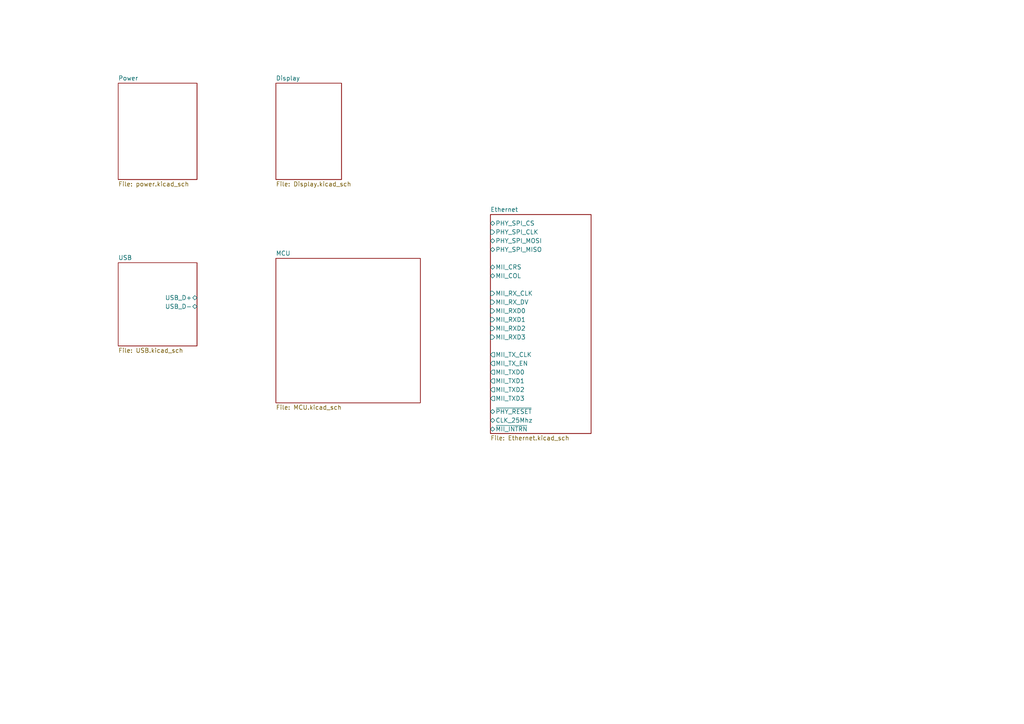
<source format=kicad_sch>
(kicad_sch (version 20211123) (generator eeschema)
  (paper "A4")
  (lib_symbols)
  (sheet (at 80.01 24.13) (size 19.05 27.94) (stroke (width 0.1524))
    (property "Sheet name" "Display" (at 80.01 23.4184 0) (effects (justify left bottom)))
    (property "Sheet file" "Display.kicad_sch" (at 80.01 52.6546 0) (effects (justify left top)))
  )
  (sheet (at 34.29 24.13) (size 22.86 27.94) (stroke (width 0.1524))
    (property "Sheet name" "Power" (at 34.29 23.4184 0) (effects (justify left bottom)))
    (property "Sheet file" "power.kicad_sch" (at 34.29 52.6546 0) (effects (justify left top)))
  )
  (sheet (at 142.24 62.23) (size 29.21 63.5) (stroke (width 0.1524))
    (property "Sheet name" "Ethernet" (at 142.24 61.5184 0) (effects (justify left bottom)))
    (property "Sheet file" "Ethernet.kicad_sch" (at 142.24 126.3146 0) (effects (justify left top)))
    (pin "~{PHY_RESET}" bidirectional (at 142.24 119.38 180))
    (pin "PHY_SPI_CLK" input (at 142.24 67.31 180))
    (pin "PHY_SPI_MOSI" bidirectional (at 142.24 69.85 180))
    (pin "MII_RX_DV" input (at 142.24 87.63 180))
    (pin "PHY_SPI_MISO" bidirectional (at 142.24 72.39 180))
    (pin "MII_TXD3" output (at 142.24 115.57 180))
    (pin "MII_RXD3" input (at 142.24 97.79 180))
    (pin "MII_TX_CLK" output (at 142.24 102.87 180))
    (pin "MII_TX_EN" output (at 142.24 105.41 180))
    (pin "MII_RX_CLK" input (at 142.24 85.09 180))
    (pin "MII_TXD1" output (at 142.24 110.49 180))
    (pin "MII_RXD0" input (at 142.24 90.17 180))
    (pin "MII_RXD2" input (at 142.24 95.25 180))
    (pin "MII_TXD0" output (at 142.24 107.95 180))
    (pin "MII_TXD2" output (at 142.24 113.03 180))
    (pin "MII_RXD1" input (at 142.24 92.71 180))
    (pin "MII_COL" bidirectional (at 142.24 80.01 180))
    (pin "MII_CRS" bidirectional (at 142.24 77.47 180))
    (pin "CLK_25Mhz" bidirectional (at 142.24 121.92 180))
    (pin "~{MII_INTRN}" bidirectional (at 142.24 124.46 180))
    (pin "PHY_SPI_CS" bidirectional (at 142.24 64.77 180))
  )
  (sheet (at 34.29 76.2) (size 22.86 24.13) (stroke (width 0.1524))
    (property "Sheet name" "USB" (at 34.29 75.4884 0) (effects (justify left bottom)))
    (property "Sheet file" "USB.kicad_sch" (at 34.29 100.9146 0) (effects (justify left top)))
    (pin "USB_D+" bidirectional (at 57.15 86.36 0))
    (pin "USB_D-" bidirectional (at 57.15 88.9 0))
  )
  (sheet (at 80.01 74.93) (size 41.91 41.91) (stroke (width 0.1524))
    (property "Sheet name" "MCU" (at 80.01 74.2184 0) (effects (justify left bottom)))
    (property "Sheet file" "MCU.kicad_sch" (at 80.01 117.4246 0) (effects (justify left top)))
  )
)
</source>
